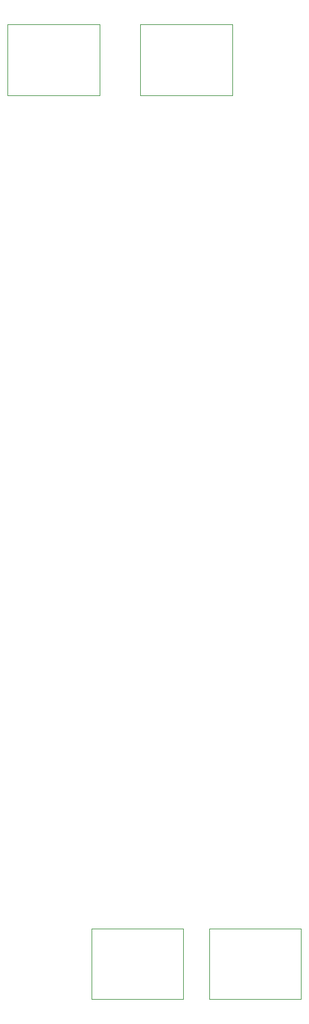
<source format=gbr>
%TF.GenerationSoftware,Altium Limited,Altium Designer,21.8.1 (53)*%
G04 Layer_Color=32768*
%FSLAX43Y43*%
%MOMM*%
%TF.SameCoordinates,16DCEB66-4DAC-4E16-A6F7-90F727604106*%
%TF.FilePolarity,Positive*%
%TF.FileFunction,Other,Mechanical_15*%
%TF.Part,Single*%
G01*
G75*
%TA.AperFunction,NonConductor*%
%ADD42C,0.100*%
D42*
X111372Y135050D02*
X123872D01*
Y125450D02*
Y135050D01*
X111372Y125450D02*
X123872D01*
X111372D02*
Y135050D01*
X93372Y125450D02*
Y135050D01*
X105872D01*
Y125450D02*
Y135050D01*
X93372Y125450D02*
X105872D01*
X120750Y2647D02*
X133250D01*
X120750D02*
Y12247D01*
X133250D01*
Y2647D02*
Y12247D01*
X117250Y2647D02*
Y12247D01*
X104750D02*
X117250D01*
X104750Y2647D02*
Y12247D01*
Y2647D02*
X117250D01*
%TF.MD5,d1afeb7ca89c03a62702c4974f619749*%
M02*

</source>
